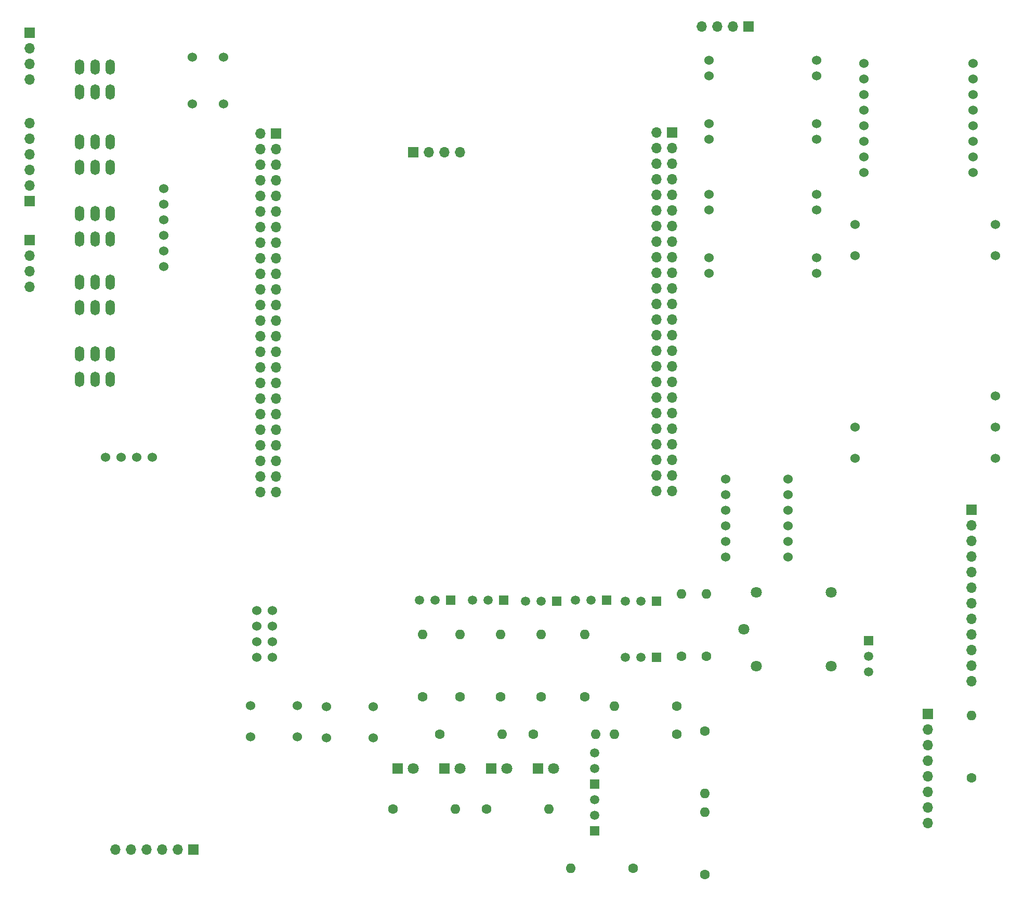
<source format=gbr>
%TF.GenerationSoftware,KiCad,Pcbnew,(6.0.5)*%
%TF.CreationDate,2022-10-04T16:53:02+09:00*%
%TF.ProjectId,DASHBOARD,44415348-424f-4415-9244-2e6b69636164,rev?*%
%TF.SameCoordinates,Original*%
%TF.FileFunction,Soldermask,Bot*%
%TF.FilePolarity,Negative*%
%FSLAX46Y46*%
G04 Gerber Fmt 4.6, Leading zero omitted, Abs format (unit mm)*
G04 Created by KiCad (PCBNEW (6.0.5)) date 2022-10-04 16:53:02*
%MOMM*%
%LPD*%
G01*
G04 APERTURE LIST*
%ADD10C,1.600000*%
%ADD11O,1.600000X1.600000*%
%ADD12R,1.500000X1.500000*%
%ADD13C,1.500000*%
%ADD14R,1.800000X1.800000*%
%ADD15C,1.800000*%
%ADD16R,1.700000X1.700000*%
%ADD17O,1.700000X1.700000*%
%ADD18C,1.524000*%
%ADD19O,1.500000X2.500000*%
G04 APERTURE END LIST*
D10*
%TO.C,R16*%
X200919000Y-181565500D03*
D11*
X190759000Y-181565500D03*
%TD*%
D12*
%TO.C,Q7*%
X197612000Y-173585500D03*
D13*
X195072000Y-173585500D03*
X192532000Y-173585500D03*
%TD*%
D14*
%TO.C,D1*%
X178308000Y-191725500D03*
D15*
X180848000Y-191725500D03*
%TD*%
D16*
%TO.C,J5*%
X241808000Y-182850500D03*
D17*
X241808000Y-185390500D03*
X241808000Y-187930500D03*
X241808000Y-190470500D03*
X241808000Y-193010500D03*
X241808000Y-195550500D03*
X241808000Y-198090500D03*
X241808000Y-200630500D03*
%TD*%
D18*
%TO.C,U6*%
X219005400Y-144526200D03*
X219005400Y-147066200D03*
X219005400Y-149606200D03*
X219005400Y-152146200D03*
X219005400Y-154686200D03*
X219005400Y-157226200D03*
X208845400Y-144526200D03*
X208845400Y-147066200D03*
X208845400Y-149606200D03*
X208845400Y-152146200D03*
X208845400Y-154686200D03*
X208845400Y-157226200D03*
%TD*%
D10*
%TO.C,R3*%
X201676000Y-173437500D03*
D11*
X201676000Y-163277500D03*
%TD*%
D10*
%TO.C,R15*%
X205491000Y-185629500D03*
D11*
X205491000Y-195789500D03*
%TD*%
D12*
%TO.C,Q9*%
X187563000Y-194265500D03*
D13*
X187563000Y-191725500D03*
X187563000Y-189185500D03*
%TD*%
D19*
%TO.C,SW7*%
X103672000Y-77381000D03*
X106172000Y-77381000D03*
X108672000Y-77381000D03*
X103672000Y-81481000D03*
X106172000Y-81481000D03*
X108672000Y-81481000D03*
%TD*%
D12*
%TO.C,Q8*%
X187563000Y-201885500D03*
D13*
X187563000Y-199345500D03*
X187563000Y-196805500D03*
%TD*%
D12*
%TO.C,Q6*%
X189484000Y-164293500D03*
D13*
X186944000Y-164293500D03*
X184404000Y-164293500D03*
%TD*%
D10*
%TO.C,R7*%
X154691000Y-198329500D03*
D11*
X164851000Y-198329500D03*
%TD*%
D12*
%TO.C,Q5*%
X197612000Y-164441500D03*
D13*
X195072000Y-164441500D03*
X192532000Y-164441500D03*
%TD*%
D10*
%TO.C,R14*%
X193807000Y-207981500D03*
D11*
X183647000Y-207981500D03*
%TD*%
D12*
%TO.C,Q1*%
X172720000Y-164293500D03*
D13*
X170180000Y-164293500D03*
X167640000Y-164293500D03*
%TD*%
D14*
%TO.C,D2*%
X170688000Y-191725500D03*
D15*
X173228000Y-191725500D03*
%TD*%
D18*
%TO.C,U4*%
X223727300Y-76313600D03*
X223727300Y-78853600D03*
X223727300Y-86673600D03*
X223727300Y-89213600D03*
X206127300Y-76313600D03*
X206127300Y-78853600D03*
X206127300Y-86673600D03*
X206127300Y-89213600D03*
%TD*%
%TO.C,U3*%
X117361300Y-109945800D03*
X117361300Y-107405800D03*
X117361300Y-104865800D03*
X117361300Y-102325800D03*
X117361300Y-99785800D03*
X117361300Y-97245800D03*
%TD*%
D10*
%TO.C,R10*%
X159512000Y-180041500D03*
D11*
X159512000Y-169881500D03*
%TD*%
D15*
%TO.C,K1*%
X226048000Y-174995500D03*
X213848000Y-174995500D03*
X213848000Y-162995500D03*
X211848000Y-168995500D03*
X226048000Y-162995500D03*
%TD*%
D10*
%TO.C,R4*%
X177551000Y-186137500D03*
D11*
X187711000Y-186137500D03*
%TD*%
D10*
%TO.C,R12*%
X178816000Y-180041500D03*
D11*
X178816000Y-169881500D03*
%TD*%
D10*
%TO.C,R11*%
X185928000Y-180041500D03*
D11*
X185928000Y-169881500D03*
%TD*%
D18*
%TO.C,SW3*%
X121989600Y-75819200D03*
X127069600Y-75819200D03*
X127069600Y-83439200D03*
X121989600Y-83439200D03*
%TD*%
D19*
%TO.C,SW6*%
X103672000Y-112477500D03*
X106172000Y-112477500D03*
X108672000Y-112477500D03*
X103672000Y-116577500D03*
X106172000Y-116577500D03*
X108672000Y-116577500D03*
%TD*%
D14*
%TO.C,D4*%
X155448000Y-191725500D03*
D15*
X157988000Y-191725500D03*
%TD*%
D12*
%TO.C,Q3*%
X181356000Y-164441500D03*
D13*
X178816000Y-164441500D03*
X176276000Y-164441500D03*
%TD*%
D16*
%TO.C,J4*%
X212588000Y-70821500D03*
D17*
X210048000Y-70821500D03*
X207508000Y-70821500D03*
X204968000Y-70821500D03*
%TD*%
D18*
%TO.C,SW1*%
X131489700Y-186575900D03*
X131489700Y-181495900D03*
X139109700Y-181495900D03*
X139109700Y-186575900D03*
%TD*%
%TO.C,SW2*%
X151466300Y-186715100D03*
X151466300Y-181635100D03*
X143846300Y-186715100D03*
X143846300Y-181635100D03*
%TD*%
D10*
%TO.C,R6*%
X162311000Y-186137500D03*
D11*
X172471000Y-186137500D03*
%TD*%
D10*
%TO.C,R8*%
X165608000Y-180041500D03*
D11*
X165608000Y-169881500D03*
%TD*%
D10*
%TO.C,R5*%
X169931000Y-198329500D03*
D11*
X180091000Y-198329500D03*
%TD*%
D19*
%TO.C,SW4*%
X103672000Y-101301500D03*
X106172000Y-101301500D03*
X108672000Y-101301500D03*
X103672000Y-105401500D03*
X106172000Y-105401500D03*
X108672000Y-105401500D03*
%TD*%
D18*
%TO.C,U8*%
X107907200Y-141012900D03*
X110447200Y-141012900D03*
X112987200Y-141012900D03*
X115527200Y-141012900D03*
%TD*%
D14*
%TO.C,D3*%
X163068000Y-191725500D03*
D15*
X165608000Y-191725500D03*
%TD*%
D18*
%TO.C,U5*%
X223727300Y-100697600D03*
X223727300Y-98157600D03*
X223727300Y-108517600D03*
X223727300Y-111057600D03*
X206127300Y-100697600D03*
X206127300Y-98157600D03*
X206127300Y-111057600D03*
X206127300Y-108517600D03*
%TD*%
D17*
%TO.C,U1*%
X197599000Y-90578500D03*
X197599000Y-88038500D03*
X200139000Y-90578500D03*
D16*
X135649000Y-88238500D03*
D17*
X133109000Y-88238500D03*
X135649000Y-90778500D03*
X133109000Y-90778500D03*
X200139000Y-93118500D03*
X133109000Y-93318500D03*
X197599000Y-93118500D03*
X135649000Y-95858500D03*
X200139000Y-95658500D03*
X133109000Y-95858500D03*
X197599000Y-95658500D03*
X200139000Y-98198500D03*
X135649000Y-98398500D03*
X133109000Y-98398500D03*
X197599000Y-98198500D03*
X200139000Y-100738500D03*
X135649000Y-100938500D03*
X133109000Y-100938500D03*
X197599000Y-100738500D03*
X200139000Y-103278500D03*
X135649000Y-103478500D03*
X197599000Y-103278500D03*
X133109000Y-103478500D03*
X200139000Y-105818500D03*
X197599000Y-105818500D03*
X200139000Y-108358500D03*
X135649000Y-108558500D03*
X197599000Y-108358500D03*
X133109000Y-108558500D03*
X200139000Y-110898500D03*
X197599000Y-110898500D03*
X200139000Y-113438500D03*
X197599000Y-113438500D03*
X200139000Y-115978500D03*
X197599000Y-115978500D03*
X200139000Y-118518500D03*
X197599000Y-118518500D03*
X200139000Y-121058500D03*
X135649000Y-121258500D03*
X197599000Y-121058500D03*
X133109000Y-121258500D03*
X135649000Y-123798500D03*
X133109000Y-123798500D03*
X200139000Y-123598500D03*
X135649000Y-126338500D03*
X200139000Y-126138500D03*
X197599000Y-126138500D03*
X197599000Y-123598500D03*
X133109000Y-126338500D03*
X200139000Y-128678500D03*
X197599000Y-128678500D03*
X133109000Y-128878500D03*
X135649000Y-131418500D03*
X200139000Y-131218500D03*
X197599000Y-131218500D03*
X200139000Y-133758500D03*
X135649000Y-133958500D03*
X197599000Y-133758500D03*
X200139000Y-136298500D03*
X197599000Y-136298500D03*
X133109000Y-136498500D03*
X200139000Y-138838500D03*
X197599000Y-138838500D03*
X200139000Y-141378500D03*
X135649000Y-144118500D03*
X197599000Y-141378500D03*
X133109000Y-146658500D03*
X200139000Y-143918500D03*
X197599000Y-143918500D03*
X200139000Y-146458500D03*
X135649000Y-146658500D03*
X133109000Y-144118500D03*
X133109000Y-141578500D03*
X135649000Y-141578500D03*
X133109000Y-139038500D03*
X135649000Y-139038500D03*
X135649000Y-136498500D03*
X133109000Y-133958500D03*
X133109000Y-131418500D03*
X135649000Y-128878500D03*
X197599000Y-146458500D03*
X133109000Y-118718500D03*
X135649000Y-118718500D03*
X133109000Y-116178500D03*
X135649000Y-116178500D03*
X133109000Y-113638500D03*
X135649000Y-113638500D03*
X133109000Y-111098500D03*
X135649000Y-111098500D03*
X133109000Y-106018500D03*
X135649000Y-106018500D03*
X135649000Y-93318500D03*
D16*
X200139000Y-88038500D03*
X157949000Y-91328500D03*
D17*
X160489000Y-91328500D03*
X163029000Y-91328500D03*
X165569000Y-91328500D03*
%TD*%
D18*
%TO.C,U7*%
X249167900Y-94596900D03*
X249167900Y-92056900D03*
X249167900Y-89516900D03*
X249167900Y-86976900D03*
X249167900Y-84436900D03*
X249167900Y-81896900D03*
X249167900Y-79356900D03*
X249167900Y-76816900D03*
X231387900Y-76816900D03*
X231387900Y-79356900D03*
X231387900Y-81896900D03*
X231387900Y-84436900D03*
X231387900Y-86976900D03*
X231387900Y-89516900D03*
X231387900Y-92056900D03*
X231387900Y-94596900D03*
%TD*%
%TO.C,U9*%
X229927400Y-141148000D03*
X229927400Y-136068000D03*
X229927400Y-108128000D03*
X229927400Y-103048000D03*
X252787400Y-103048000D03*
X252787400Y-108128000D03*
X252787400Y-130988000D03*
X252787400Y-136068000D03*
X252787400Y-141148000D03*
%TD*%
D10*
%TO.C,R17*%
X200919000Y-186137500D03*
D11*
X190759000Y-186137500D03*
%TD*%
D16*
%TO.C,J7*%
X248920000Y-149561500D03*
D17*
X248920000Y-152101500D03*
X248920000Y-154641500D03*
X248920000Y-157181500D03*
X248920000Y-159721500D03*
X248920000Y-162261500D03*
X248920000Y-164801500D03*
X248920000Y-167341500D03*
X248920000Y-169881500D03*
X248920000Y-172421500D03*
X248920000Y-174961500D03*
X248920000Y-177501500D03*
%TD*%
D10*
%TO.C,R9*%
X172212000Y-180041500D03*
D11*
X172212000Y-169881500D03*
%TD*%
D10*
%TO.C,R1*%
X205740000Y-173437500D03*
D11*
X205740000Y-163277500D03*
%TD*%
D18*
%TO.C,U2*%
X132545600Y-165941500D03*
X135085600Y-165941500D03*
X132545600Y-168481500D03*
X135085600Y-168481500D03*
X132545600Y-171021500D03*
X135085600Y-171021500D03*
X132545600Y-173561500D03*
X135085600Y-173561500D03*
%TD*%
D12*
%TO.C,Q2*%
X232156000Y-170897500D03*
D13*
X232156000Y-173437500D03*
X232156000Y-175977500D03*
%TD*%
D10*
%TO.C,R2*%
X248920000Y-193249500D03*
D11*
X248920000Y-183089500D03*
%TD*%
D19*
%TO.C,SW8*%
X103672000Y-124161500D03*
X106172000Y-124161500D03*
X108672000Y-124161500D03*
X103672000Y-128261500D03*
X106172000Y-128261500D03*
X108672000Y-128261500D03*
%TD*%
D16*
%TO.C,J3*%
X95504000Y-99269500D03*
D17*
X95504000Y-96729500D03*
X95504000Y-94189500D03*
X95504000Y-91649500D03*
X95504000Y-89109500D03*
X95504000Y-86569500D03*
%TD*%
D16*
%TO.C,J2*%
X95504000Y-71837500D03*
D17*
X95504000Y-74377500D03*
X95504000Y-76917500D03*
X95504000Y-79457500D03*
%TD*%
D16*
%TO.C,J6*%
X95504000Y-105619500D03*
D17*
X95504000Y-108159500D03*
X95504000Y-110699500D03*
X95504000Y-113239500D03*
%TD*%
D19*
%TO.C,SW5*%
X103672000Y-89617500D03*
X106172000Y-89617500D03*
X108672000Y-89617500D03*
X103672000Y-93717500D03*
X106172000Y-93717500D03*
X108672000Y-93717500D03*
%TD*%
D12*
%TO.C,Q4*%
X164084000Y-164293500D03*
D13*
X161544000Y-164293500D03*
X159004000Y-164293500D03*
%TD*%
D10*
%TO.C,R13*%
X205491000Y-208997500D03*
D11*
X205491000Y-198837500D03*
%TD*%
D16*
%TO.C,J1*%
X122174000Y-204933500D03*
D17*
X119634000Y-204933500D03*
X117094000Y-204933500D03*
X114554000Y-204933500D03*
X112014000Y-204933500D03*
X109474000Y-204933500D03*
%TD*%
M02*

</source>
